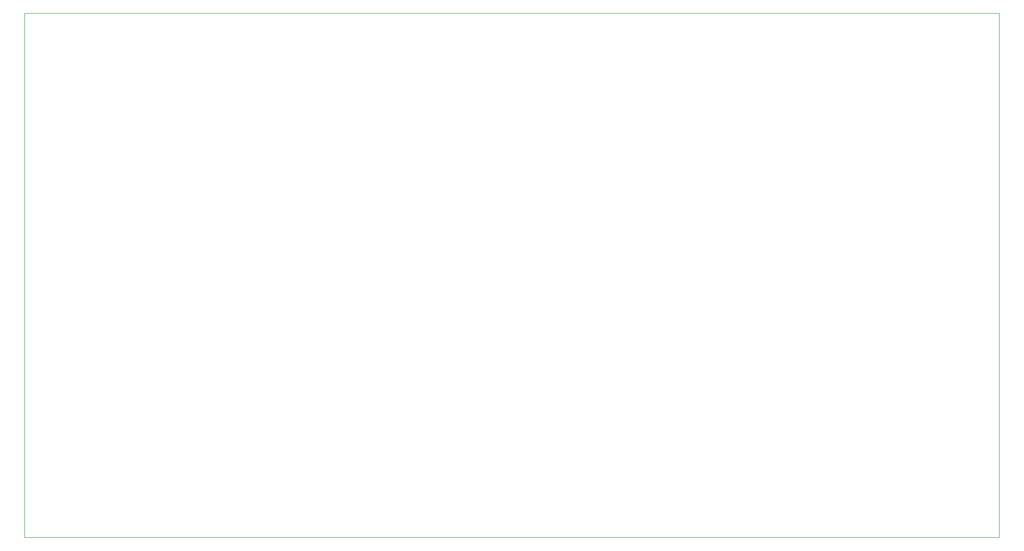
<source format=gm1>
G04 #@! TF.GenerationSoftware,KiCad,Pcbnew,(5.1.9-0-10_14)*
G04 #@! TF.CreationDate,2024-01-04T20:03:31+01:00*
G04 #@! TF.ProjectId,v2_atmega8_encoder,76325f61-746d-4656-9761-385f656e636f,rev?*
G04 #@! TF.SameCoordinates,Original*
G04 #@! TF.FileFunction,Profile,NP*
%FSLAX46Y46*%
G04 Gerber Fmt 4.6, Leading zero omitted, Abs format (unit mm)*
G04 Created by KiCad (PCBNEW (5.1.9-0-10_14)) date 2024-01-04 20:03:31*
%MOMM*%
%LPD*%
G01*
G04 APERTURE LIST*
G04 #@! TA.AperFunction,Profile*
%ADD10C,0.100000*%
G04 #@! TD*
G04 APERTURE END LIST*
D10*
X228840000Y-40640000D02*
X228840000Y-135140000D01*
X53340000Y-40640000D02*
X228840000Y-40640000D01*
X53340000Y-135140000D02*
X53340000Y-40640000D01*
X228840000Y-135140000D02*
X53340000Y-135140000D01*
M02*

</source>
